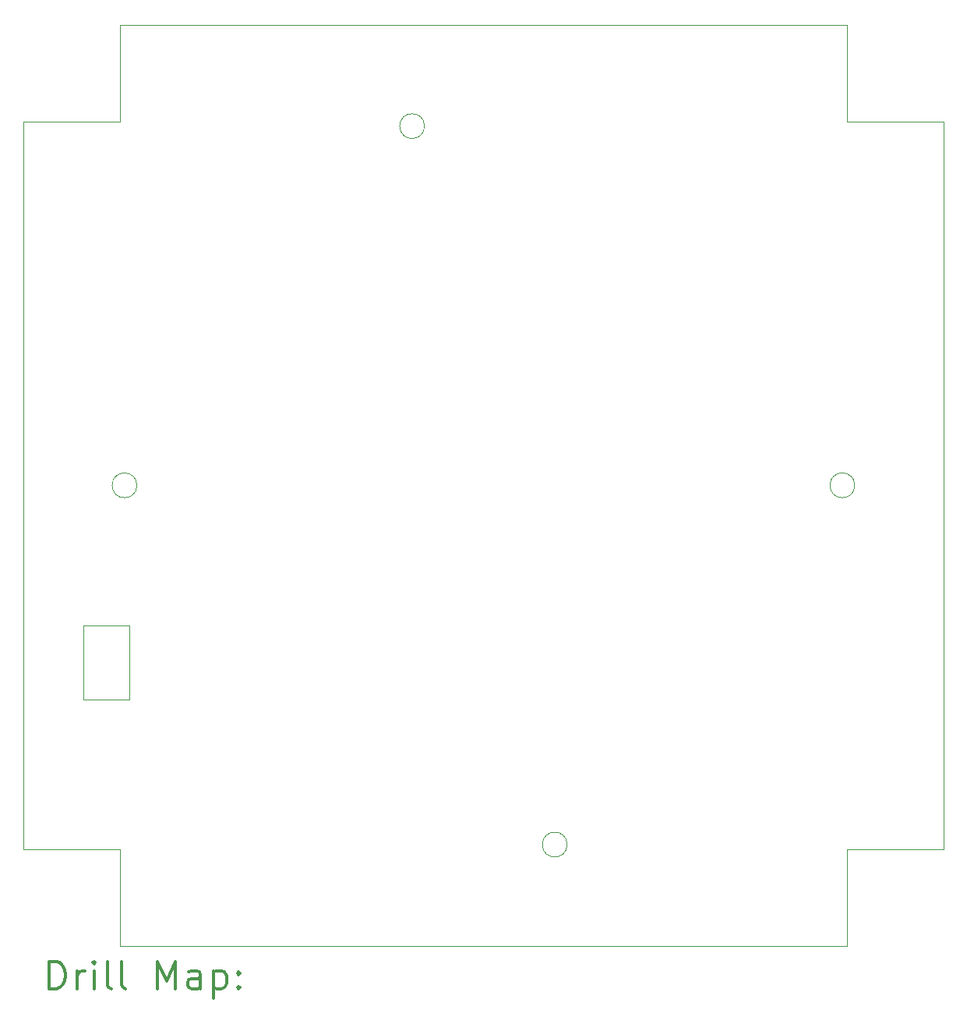
<source format=gbr>
%FSLAX45Y45*%
G04 Gerber Fmt 4.5, Leading zero omitted, Abs format (unit mm)*
G04 Created by KiCad (PCBNEW (5.1.10)-1) date 2022-05-06 19:55:25*
%MOMM*%
%LPD*%
G01*
G04 APERTURE LIST*
%TA.AperFunction,Profile*%
%ADD10C,0.050000*%
%TD*%
%ADD11C,0.200000*%
%ADD12C,0.300000*%
G04 APERTURE END LIST*
D10*
X11100000Y-10825000D02*
X11075000Y-10825000D01*
X11100000Y-10025000D02*
X11100000Y-10825000D01*
X11075000Y-10025000D02*
X11100000Y-10025000D01*
X10600000Y-10825000D02*
X10600000Y-10025000D01*
X11075000Y-10825000D02*
X10600000Y-10825000D01*
X10600000Y-10025000D02*
X11075000Y-10025000D01*
X18984629Y-8500000D02*
G75*
G03*
X18984629Y-8500000I-134629J0D01*
G01*
X15859629Y-12400000D02*
G75*
G03*
X15859629Y-12400000I-134629J0D01*
G01*
X11184629Y-8500000D02*
G75*
G03*
X11184629Y-8500000I-134629J0D01*
G01*
X14309629Y-4600000D02*
G75*
G03*
X14309629Y-4600000I-134629J0D01*
G01*
X9950000Y-4550000D02*
X11000000Y-4550000D01*
X9950000Y-12450000D02*
X9950000Y-4550000D01*
X11000000Y-12450000D02*
X9950000Y-12450000D01*
X11000000Y-13500000D02*
X11000000Y-12450000D01*
X18900000Y-13500000D02*
X11000000Y-13500000D01*
X18900000Y-12450000D02*
X18900000Y-13500000D01*
X19950000Y-12450000D02*
X18900000Y-12450000D01*
X19950000Y-4550000D02*
X19950000Y-12450000D01*
X18900000Y-4550000D02*
X19950000Y-4550000D01*
X18900000Y-3500000D02*
X18900000Y-4550000D01*
X11000000Y-3500000D02*
X18900000Y-3500000D01*
X11000000Y-4550000D02*
X11000000Y-3500000D01*
D11*
D12*
X10233928Y-13968214D02*
X10233928Y-13668214D01*
X10305357Y-13668214D01*
X10348214Y-13682500D01*
X10376786Y-13711071D01*
X10391071Y-13739643D01*
X10405357Y-13796786D01*
X10405357Y-13839643D01*
X10391071Y-13896786D01*
X10376786Y-13925357D01*
X10348214Y-13953929D01*
X10305357Y-13968214D01*
X10233928Y-13968214D01*
X10533928Y-13968214D02*
X10533928Y-13768214D01*
X10533928Y-13825357D02*
X10548214Y-13796786D01*
X10562500Y-13782500D01*
X10591071Y-13768214D01*
X10619643Y-13768214D01*
X10719643Y-13968214D02*
X10719643Y-13768214D01*
X10719643Y-13668214D02*
X10705357Y-13682500D01*
X10719643Y-13696786D01*
X10733928Y-13682500D01*
X10719643Y-13668214D01*
X10719643Y-13696786D01*
X10905357Y-13968214D02*
X10876786Y-13953929D01*
X10862500Y-13925357D01*
X10862500Y-13668214D01*
X11062500Y-13968214D02*
X11033928Y-13953929D01*
X11019643Y-13925357D01*
X11019643Y-13668214D01*
X11405357Y-13968214D02*
X11405357Y-13668214D01*
X11505357Y-13882500D01*
X11605357Y-13668214D01*
X11605357Y-13968214D01*
X11876786Y-13968214D02*
X11876786Y-13811071D01*
X11862500Y-13782500D01*
X11833928Y-13768214D01*
X11776786Y-13768214D01*
X11748214Y-13782500D01*
X11876786Y-13953929D02*
X11848214Y-13968214D01*
X11776786Y-13968214D01*
X11748214Y-13953929D01*
X11733928Y-13925357D01*
X11733928Y-13896786D01*
X11748214Y-13868214D01*
X11776786Y-13853929D01*
X11848214Y-13853929D01*
X11876786Y-13839643D01*
X12019643Y-13768214D02*
X12019643Y-14068214D01*
X12019643Y-13782500D02*
X12048214Y-13768214D01*
X12105357Y-13768214D01*
X12133928Y-13782500D01*
X12148214Y-13796786D01*
X12162500Y-13825357D01*
X12162500Y-13911071D01*
X12148214Y-13939643D01*
X12133928Y-13953929D01*
X12105357Y-13968214D01*
X12048214Y-13968214D01*
X12019643Y-13953929D01*
X12291071Y-13939643D02*
X12305357Y-13953929D01*
X12291071Y-13968214D01*
X12276786Y-13953929D01*
X12291071Y-13939643D01*
X12291071Y-13968214D01*
X12291071Y-13782500D02*
X12305357Y-13796786D01*
X12291071Y-13811071D01*
X12276786Y-13796786D01*
X12291071Y-13782500D01*
X12291071Y-13811071D01*
M02*

</source>
